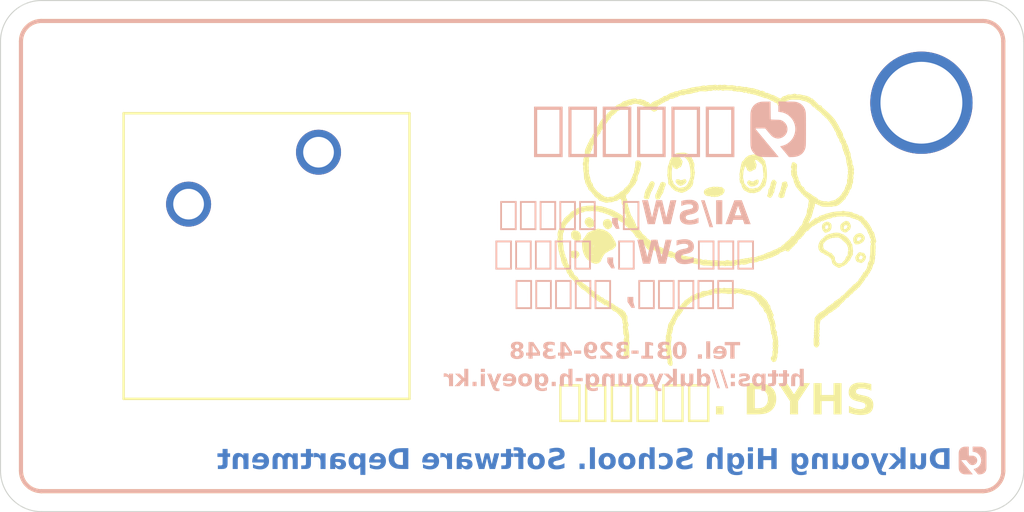
<source format=kicad_pcb>
(kicad_pcb (version 20240108) (generator "pcbnew") (generator_version "8.0")
  (layers (0 "F.Cu" signal) (31 "B.Cu" signal) (34 "B.Paste" user) (35 "F.Paste" user) (36 "B.SilkS" user "B.Silkscreen") (37 "F.SilkS" user "F.Silkscreen") (38 "B.Mask" user) (39 "F.Mask" user) (44 "Edge.Cuts" user))
  (net 0 "")
  (footprint "LOGO" (layer "F.Cu") (at 167.505509 102)
    (property "Reference" "G***" (hide yes))
    (property "Value" "LOGO" (hide yes))
  )
  (footprint "Button_Switch_Keyboard:SW_Cherry_MX_1.00u_PCB" (layer "F.Cu") (at 147.54 99.42)
    (property "Reference" "SW1" (hide yes))
    (property "Value" "SW_Push" (hide yes))
    (pad "" np_thru_hole circle (at -7.62 5.08) (size 1.7 1.7) (drill 1.7) (layers "*.Cu" "*.Mask"))
    (pad "" np_thru_hole circle (at -2.54 5.08) (size 4 4) (drill 4) (layers "*.Cu" "*.Mask"))
    (pad "" np_thru_hole circle (at 2.54 5.08) (size 1.7 1.7) (drill 1.7) (layers "*.Cu" "*.Mask"))
    (pad "1" thru_hole circle (at 0 0) (size 2.2 2.2) (drill 1.5) (layers "*.Cu" "*.Mask"))
    (pad "2" thru_hole circle (at -6.35 2.54) (size 2.2 2.2) (drill 1.5) (layers "*.Cu" "*.Mask"))
  )
  (footprint "LOGO" (layer "B.Cu") (at 170 98.3 180)
    (property "Reference" "G***" (hide yes))
    (property "Value" "LOGO" (hide yes))
  )
  (footprint "LOGO" (layer "B.Cu") (at 179.5 114.5 180)
    (property "Reference" "G***" (hide yes))
    (property "Value" "LOGO" (hide yes))
  )
  (gr_line (start 181 94) (end 181 115) (stroke (width 0.2)) (layer "B.SilkS"))
  (gr_arc (start 180 93) (mid 180.707107 93.292893) (end 181 94) (stroke (width 0.2)) (layer "B.SilkS"))
  (gr_line (start 180 116) (end 134 116) (stroke (width 0.2)) (layer "B.SilkS"))
  (gr_arc (start 181 115) (mid 180.707107 115.707107) (end 180 116) (stroke (width 0.2)) (layer "B.SilkS"))
  (gr_arc (start 134 116) (mid 133.292892 115.707107) (end 133 115) (stroke (width 0.2)) (layer "B.SilkS"))
  (gr_line (start 133 115) (end 133 94) (stroke (width 0.2)) (layer "B.SilkS"))
  (gr_line (start 134 93) (end 180 93) (stroke (width 0.2)) (layer "B.SilkS"))
  (gr_arc (start 133 94) (mid 133.292893 93.292893) (end 134 93) (stroke (width 0.2)) (layer "B.SilkS"))
  (gr_line (start 180 116) (end 134 116) (stroke (width 0.2)) (layer "F.SilkS"))
  (gr_arc (start 134 116) (mid 133.292893 115.707107) (end 133 115) (stroke (width 0.2)) (layer "F.SilkS"))
  (gr_arc (start 133 94) (mid 133.292893 93.292893) (end 134 93) (stroke (width 0.2)) (layer "F.SilkS"))
  (gr_line (start 181 94) (end 181 115) (stroke (width 0.2)) (layer "F.SilkS"))
  (gr_arc (start 181 115) (mid 180.707107 115.707107) (end 180 116) (stroke (width 0.2)) (layer "F.SilkS"))
  (gr_line (start 133 115) (end 133 94) (stroke (width 0.2)) (layer "F.SilkS"))
  (gr_arc (start 180 93) (mid 180.707107 93.292893) (end 181 94) (stroke (width 0.2)) (layer "F.SilkS"))
  (gr_line (start 134 93) (end 180 93) (stroke (width 0.2)) (layer "F.SilkS"))
  (gr_arc (start 132 94) (mid 132.585786 92.585786) (end 134 92) (stroke (width 0.05)) (layer "Edge.Cuts"))
  (gr_line (start 132 115) (end 132 94) (stroke (width 0.05)) (layer "Edge.Cuts"))
  (gr_arc (start 134 117) (mid 132.585786 116.414214) (end 132 115) (stroke (width 0.05)) (layer "Edge.Cuts"))
  (gr_line (start 134 92) (end 180 92) (stroke (width 0.05)) (layer "Edge.Cuts"))
  (gr_line (start 182 94) (end 182 115) (stroke (width 0.05)) (layer "Edge.Cuts"))
  (gr_arc (start 180 92) (mid 181.414214 92.585786) (end 182 94) (stroke (width 0.05)) (layer "Edge.Cuts"))
  (gr_line (start 180 117) (end 134 117) (stroke (width 0.05)) (layer "Edge.Cuts"))
  (gr_arc (start 182 115) (mid 181.414214 116.414214) (end 180 117) (stroke (width 0.05)) (layer "Edge.Cuts"))
  (gr_text "소프트웨어부" (at 162.5 112.5 0) (layer "B.Cu") (effects (font (size 1.5 1.5) (thickness 0.3) (bold yes)) (justify left bottom)))
  (gr_text "소프트웨어부" (at 166.5 112.5 0) (layer "B.Cu") (effects (font (size 1.5 1.5) (thickness 0.3) (bold yes)) (justify left bottom mirror)))
  (gr_text "Dukyoung High School. Software Department" (at 178.5 114.5 0) (layer "B.Cu") (effects (font (size 1 1) (thickness 0.2) (bold yes)) (justify left mirror)))
  (gr_text "덕영고등학교" (at 168 99.5 0) (layer "B.SilkS") (effects (font (size 2 2) (thickness 0.3) (bold yes)) (justify left bottom mirror)))
  (gr_text "AI/SW과, 정보보안과\n그래픽SW과, 경영회계과\n빅데이터과, 보건간호과" (at 162.5 107 0) (layer "B.SilkS") (effects (font (size 1.15 1.15) (thickness 0.25) (bold yes)) (justify bottom mirror)))
  (gr_text "Tel. 031-329-4348\nhttps://dukyoung-h.goeyi.kr" (at 162.5 111 0) (layer "B.SilkS") (effects (font (size 0.8 0.8) (thickness 0.125) (bold yes)) (justify bottom mirror)))
  (gr_text "덕영고등학교. DYHS" (at 167 112.5 0) (layer "F.SilkS") (effects (font (size 1.5 1.5) (thickness 0.3) (bold yes)) (justify bottom)))
  (via (at 177 97) (size 5) (drill 4) (layers "F.Cu" "B.Cu") (net 0))
)
</source>
